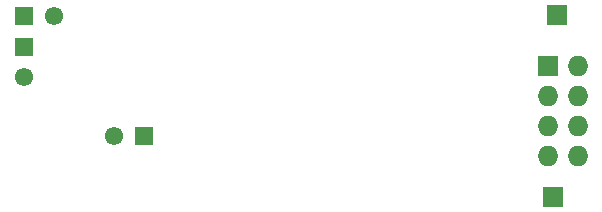
<source format=gbs>
G04 #@! TF.FileFunction,Soldermask,Bot*
%FSLAX46Y46*%
G04 Gerber Fmt 4.6, Leading zero omitted, Abs format (unit mm)*
G04 Created by KiCad (PCBNEW 4.0.6) date 09/21/17 14:57:10*
%MOMM*%
%LPD*%
G01*
G04 APERTURE LIST*
%ADD10C,0.150000*%
%ADD11R,1.554000X1.554000*%
%ADD12C,1.554000*%
%ADD13R,1.730000X1.730000*%
%ADD14O,1.730000X1.730000*%
G04 APERTURE END LIST*
D10*
D11*
X267250000Y-117710000D03*
D12*
X267250000Y-120250000D03*
D13*
X312375000Y-115000000D03*
D11*
X277430000Y-125235000D03*
D12*
X274890000Y-125235000D03*
D11*
X267260000Y-115080000D03*
D12*
X269800000Y-115080000D03*
D13*
X312115000Y-130350000D03*
X311655000Y-119240000D03*
D14*
X314195000Y-119240000D03*
X311655000Y-121780000D03*
X314195000Y-121780000D03*
X311655000Y-124320000D03*
X314195000Y-124320000D03*
X311655000Y-126860000D03*
X314195000Y-126860000D03*
M02*

</source>
